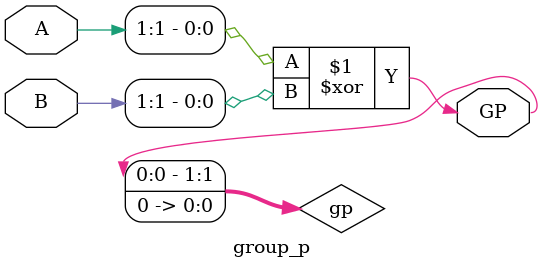
<source format=v>
`timescale 1ns / 1ps

module group_p #(parameter i=1, j=0)(
	output GP, 
	input [i:j] A, B);

	wire [i:j] p;
	wire [i:j] gp;   

        genvar f;

		generate
			for(f=j; f<i+1; f=f+1)
				begin
					if (f==0)
						assign gp[f]=0;
					else if (f==j | f==1)
						xor (gp[f], A[f], B[f]);
					else begin
						xor (p[f], A[f], B[f]);
						and (gp[f], p[f], gp[f-1]);
					end					
				end
		endgenerate
      	assign GP=gp[i];		
endmodule

</source>
